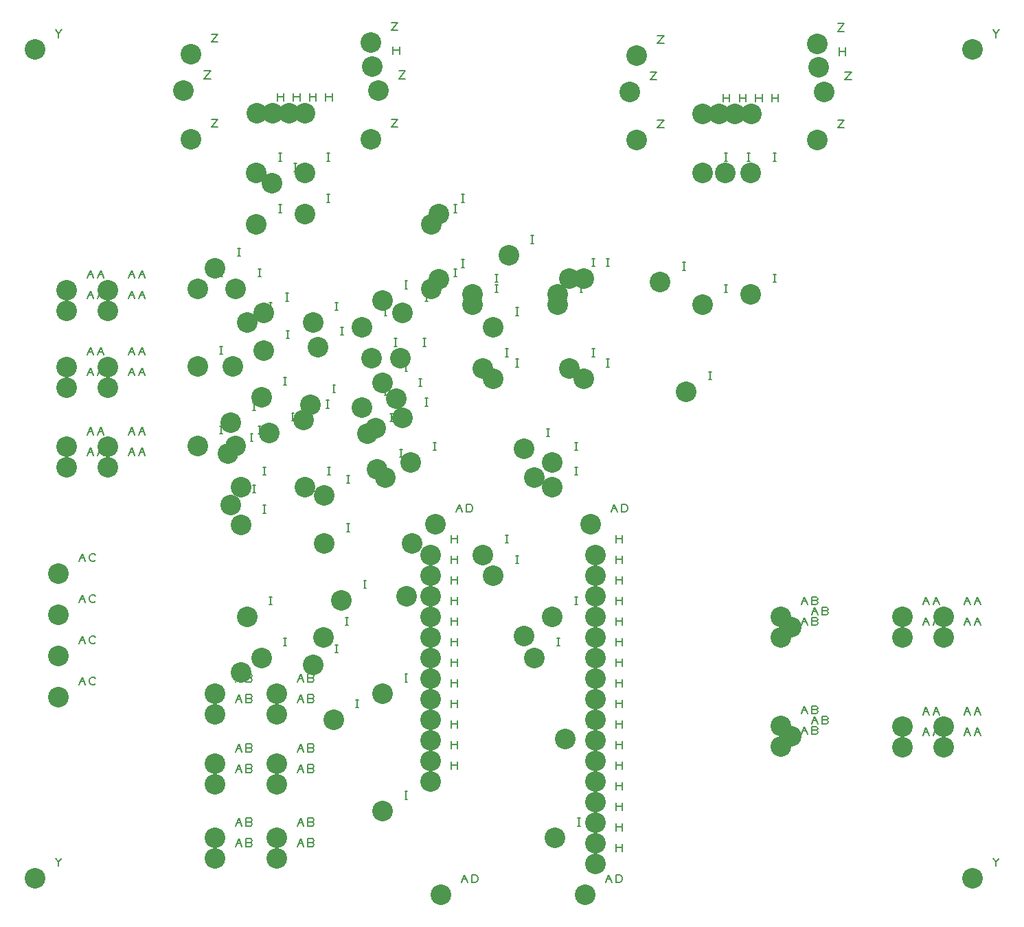
<source format=gbr>
G04 EasyPC Gerber Version 22.0 Build 4696 *
G04 #@! TF.Part,Single*
G04 #@! TF.FileFunction,Drillmap *
G04 #@! TF.FilePolarity,Positive *
%FSLAX35Y35*%
%MOIN*%
%ADD87C,0.00800*%
G04 #@! TA.AperFunction,ViaPad*
%ADD86C,0.10000*%
X0Y0D02*
D02*
D86*
X22750Y22750D03*
Y425250D03*
X34250Y110750D03*
Y130750D03*
Y150750D03*
Y170750D03*
X38250Y222250D03*
Y232250D03*
Y261000D03*
Y271000D03*
Y298500D03*
Y308500D03*
X58250Y222250D03*
Y232250D03*
Y261000D03*
Y271000D03*
Y298500D03*
Y308500D03*
X95006Y405250D03*
X98549Y381825D03*
Y422967D03*
X101750Y232750D03*
Y271500D03*
Y309000D03*
X110250Y32250D03*
Y42250D03*
Y68250D03*
Y78250D03*
Y102250D03*
Y112250D03*
Y319000D03*
X116500Y229000D03*
X117750Y204000D03*
Y244000D03*
X119000Y271500D03*
X120250Y232750D03*
Y309000D03*
X122750Y122750D03*
Y194250D03*
Y212750D03*
X125750Y149750D03*
Y292750D03*
X130250Y340250D03*
Y365250D03*
X130439Y394423D03*
X132750Y129750D03*
Y256500D03*
X133750Y297250D03*
X134000Y279000D03*
X136500Y239000D03*
X137750Y360250D03*
X138313Y394423D03*
X140250Y32250D03*
Y42250D03*
Y68250D03*
Y78250D03*
Y102250D03*
Y112250D03*
X146187Y394423D03*
X153250Y245250D03*
X153750Y345250D03*
Y365250D03*
X154000Y212750D03*
X154061Y394423D03*
X156500Y252750D03*
X157750Y126500D03*
Y292750D03*
X160250Y280750D03*
X162750Y139750D03*
X163250Y185250D03*
Y208750D03*
X167750Y99750D03*
X171500Y157750D03*
X181500Y251500D03*
Y290250D03*
X184250Y238750D03*
X185951Y381825D03*
Y428675D03*
X186250Y275250D03*
X186738Y417061D03*
X188250Y241250D03*
X189000Y221500D03*
X189494Y405250D03*
X191500Y55250D03*
Y112250D03*
Y263250D03*
Y303250D03*
X192750Y217250D03*
X198250Y255750D03*
X200250Y275250D03*
X201250Y246250D03*
Y297250D03*
X203250Y159750D03*
X205250Y224750D03*
X205750Y185250D03*
X214750Y69750D03*
Y79750D03*
Y89750D03*
Y99750D03*
Y109750D03*
Y119750D03*
Y129750D03*
Y139750D03*
Y149750D03*
Y159750D03*
Y169750D03*
Y179750D03*
X215250Y309000D03*
Y340250D03*
X217250Y194750D03*
X219000Y313573D03*
Y345250D03*
X219750Y14750D03*
X235250Y301500D03*
Y306500D03*
X240250Y179750D03*
Y270250D03*
X245250Y169750D03*
Y265250D03*
Y290250D03*
X252750Y325250D03*
X260250Y140250D03*
Y231500D03*
X265250Y129750D03*
Y217250D03*
X274000Y149750D03*
Y212750D03*
Y224750D03*
X275250Y42250D03*
X276500Y301500D03*
Y306500D03*
X280250Y90250D03*
X282250Y270250D03*
Y314000D03*
X289250Y265250D03*
Y314000D03*
X289750Y14750D03*
X292500Y194750D03*
X294750Y29750D03*
Y39750D03*
Y49750D03*
Y59750D03*
Y69750D03*
Y79750D03*
Y89750D03*
Y99750D03*
Y109750D03*
Y119750D03*
Y129750D03*
Y139750D03*
Y149750D03*
Y159750D03*
Y169750D03*
Y179750D03*
X311506Y404750D03*
X315049Y381325D03*
Y422467D03*
X326250Y312250D03*
X339000Y259000D03*
X346750Y301500D03*
Y365250D03*
X346939Y393923D03*
X354813D03*
X357750Y365250D03*
X362687Y393923D03*
X370250Y306500D03*
Y365250D03*
X370561Y393923D03*
X384750Y86750D03*
Y96750D03*
Y139750D03*
Y149750D03*
X389750Y91750D03*
Y144750D03*
X402451Y381325D03*
Y428175D03*
X403238Y416561D03*
X405994Y404750D03*
X443750Y86250D03*
Y96250D03*
Y139750D03*
Y149750D03*
X463750Y86250D03*
Y96250D03*
Y139750D03*
Y149750D03*
X477750Y22750D03*
Y425250D03*
D02*
D87*
X34313Y28687D02*
Y30563D01*
X32750Y32437*
X34313Y30563D02*
X35875Y32437D01*
X34313Y431187D02*
Y433063D01*
X32750Y434937*
X34313Y433063D02*
X35875Y434937D01*
X44250Y116687D02*
X45813Y120437D01*
X47375Y116687*
X44875Y118250D02*
X46750D01*
X52375Y117313D02*
X52063Y117000D01*
X51437Y116687*
X50500*
X49875Y117000*
X49563Y117313*
X49250Y117937*
Y119187*
X49563Y119813*
X49875Y120125*
X50500Y120437*
X51437*
X52063Y120125*
X52375Y119813*
X44250Y136687D02*
X45813Y140437D01*
X47375Y136687*
X44875Y138250D02*
X46750D01*
X52375Y137313D02*
X52063Y137000D01*
X51437Y136687*
X50500*
X49875Y137000*
X49563Y137313*
X49250Y137937*
Y139187*
X49563Y139813*
X49875Y140125*
X50500Y140437*
X51437*
X52063Y140125*
X52375Y139813*
X44250Y156687D02*
X45813Y160437D01*
X47375Y156687*
X44875Y158250D02*
X46750D01*
X52375Y157313D02*
X52063Y157000D01*
X51437Y156687*
X50500*
X49875Y157000*
X49563Y157313*
X49250Y157937*
Y159187*
X49563Y159813*
X49875Y160125*
X50500Y160437*
X51437*
X52063Y160125*
X52375Y159813*
X44250Y176687D02*
X45813Y180437D01*
X47375Y176687*
X44875Y178250D02*
X46750D01*
X52375Y177313D02*
X52063Y177000D01*
X51437Y176687*
X50500*
X49875Y177000*
X49563Y177313*
X49250Y177937*
Y179187*
X49563Y179813*
X49875Y180125*
X50500Y180437*
X51437*
X52063Y180125*
X52375Y179813*
X48250Y228187D02*
X49813Y231937D01*
X51375Y228187*
X48875Y229750D02*
X50750D01*
X53250Y228187D02*
X54813Y231937D01*
X56375Y228187*
X53875Y229750D02*
X55750D01*
X48250Y238187D02*
X49813Y241937D01*
X51375Y238187*
X48875Y239750D02*
X50750D01*
X53250Y238187D02*
X54813Y241937D01*
X56375Y238187*
X53875Y239750D02*
X55750D01*
X48250Y266937D02*
X49813Y270687D01*
X51375Y266937*
X48875Y268500D02*
X50750D01*
X53250Y266937D02*
X54813Y270687D01*
X56375Y266937*
X53875Y268500D02*
X55750D01*
X48250Y276937D02*
X49813Y280687D01*
X51375Y276937*
X48875Y278500D02*
X50750D01*
X53250Y276937D02*
X54813Y280687D01*
X56375Y276937*
X53875Y278500D02*
X55750D01*
X48250Y304437D02*
X49813Y308187D01*
X51375Y304437*
X48875Y306000D02*
X50750D01*
X53250Y304437D02*
X54813Y308187D01*
X56375Y304437*
X53875Y306000D02*
X55750D01*
X48250Y314437D02*
X49813Y318187D01*
X51375Y314437*
X48875Y316000D02*
X50750D01*
X53250Y314437D02*
X54813Y318187D01*
X56375Y314437*
X53875Y316000D02*
X55750D01*
X68250Y228187D02*
X69813Y231937D01*
X71375Y228187*
X68875Y229750D02*
X70750D01*
X73250Y228187D02*
X74813Y231937D01*
X76375Y228187*
X73875Y229750D02*
X75750D01*
X68250Y238187D02*
X69813Y241937D01*
X71375Y238187*
X68875Y239750D02*
X70750D01*
X73250Y238187D02*
X74813Y241937D01*
X76375Y238187*
X73875Y239750D02*
X75750D01*
X68250Y266937D02*
X69813Y270687D01*
X71375Y266937*
X68875Y268500D02*
X70750D01*
X73250Y266937D02*
X74813Y270687D01*
X76375Y266937*
X73875Y268500D02*
X75750D01*
X68250Y276937D02*
X69813Y280687D01*
X71375Y276937*
X68875Y278500D02*
X70750D01*
X73250Y276937D02*
X74813Y280687D01*
X76375Y276937*
X73875Y278500D02*
X75750D01*
X68250Y304437D02*
X69813Y308187D01*
X71375Y304437*
X68875Y306000D02*
X70750D01*
X73250Y304437D02*
X74813Y308187D01*
X76375Y304437*
X73875Y306000D02*
X75750D01*
X68250Y314437D02*
X69813Y318187D01*
X71375Y314437*
X68875Y316000D02*
X70750D01*
X73250Y314437D02*
X74813Y318187D01*
X76375Y314437*
X73875Y316000D02*
X75750D01*
X105006Y414937D02*
X108131D01*
X105006Y411187*
X108131*
X108549Y391512D02*
X111674D01*
X108549Y387762*
X111674*
X108549Y432654D02*
X111674D01*
X108549Y428904*
X111674*
X112687Y238687D02*
X113937D01*
X113313D02*
Y242437D01*
X112687D02*
X113937D01*
X112687Y277437D02*
X113937D01*
X113313D02*
Y281187D01*
X112687D02*
X113937D01*
X112687Y314937D02*
X113937D01*
X113313D02*
Y318687D01*
X112687D02*
X113937D01*
X120250Y38187D02*
X121813Y41937D01*
X123375Y38187*
X120875Y39750D02*
X122750D01*
X127437Y40063D02*
X128063Y39750D01*
X128375Y39125*
X128063Y38500*
X127437Y38187*
X125250*
Y41937*
X127437*
X128063Y41625*
X128375Y41000*
X128063Y40375*
X127437Y40063*
X125250*
X120250Y48187D02*
X121813Y51937D01*
X123375Y48187*
X120875Y49750D02*
X122750D01*
X127437Y50063D02*
X128063Y49750D01*
X128375Y49125*
X128063Y48500*
X127437Y48187*
X125250*
Y51937*
X127437*
X128063Y51625*
X128375Y51000*
X128063Y50375*
X127437Y50063*
X125250*
X120250Y74187D02*
X121813Y77937D01*
X123375Y74187*
X120875Y75750D02*
X122750D01*
X127437Y76063D02*
X128063Y75750D01*
X128375Y75125*
X128063Y74500*
X127437Y74187*
X125250*
Y77937*
X127437*
X128063Y77625*
X128375Y77000*
X128063Y76375*
X127437Y76063*
X125250*
X120250Y84187D02*
X121813Y87937D01*
X123375Y84187*
X120875Y85750D02*
X122750D01*
X127437Y86063D02*
X128063Y85750D01*
X128375Y85125*
X128063Y84500*
X127437Y84187*
X125250*
Y87937*
X127437*
X128063Y87625*
X128375Y87000*
X128063Y86375*
X127437Y86063*
X125250*
X120250Y108187D02*
X121813Y111937D01*
X123375Y108187*
X120875Y109750D02*
X122750D01*
X127437Y110063D02*
X128063Y109750D01*
X128375Y109125*
X128063Y108500*
X127437Y108187*
X125250*
Y111937*
X127437*
X128063Y111625*
X128375Y111000*
X128063Y110375*
X127437Y110063*
X125250*
X120250Y118187D02*
X121813Y121937D01*
X123375Y118187*
X120875Y119750D02*
X122750D01*
X127437Y120063D02*
X128063Y119750D01*
X128375Y119125*
X128063Y118500*
X127437Y118187*
X125250*
Y121937*
X127437*
X128063Y121625*
X128375Y121000*
X128063Y120375*
X127437Y120063*
X125250*
X121187Y324937D02*
X122437D01*
X121813D02*
Y328687D01*
X121187D02*
X122437D01*
X127437Y234937D02*
X128687D01*
X128063D02*
Y238687D01*
X127437D02*
X128687D01*
Y209937D02*
X129937D01*
X129313D02*
Y213687D01*
X128687D02*
X129937D01*
X128687Y249937D02*
X129937D01*
X129313D02*
Y253687D01*
X128687D02*
X129937D01*
Y277437D02*
X131187D01*
X130563D02*
Y281187D01*
X129937D02*
X131187D01*
Y238687D02*
X132437D01*
X131813D02*
Y242437D01*
X131187D02*
X132437D01*
X131187Y314937D02*
X132437D01*
X131813D02*
Y318687D01*
X131187D02*
X132437D01*
X133687Y128687D02*
X134937D01*
X134313D02*
Y132437D01*
X133687D02*
X134937D01*
X133687Y200187D02*
X134937D01*
X134313D02*
Y203937D01*
X133687D02*
X134937D01*
X133687Y218687D02*
X134937D01*
X134313D02*
Y222437D01*
X133687D02*
X134937D01*
X136687Y155687D02*
X137937D01*
X137313D02*
Y159437D01*
X136687D02*
X137937D01*
X136687Y298687D02*
X137937D01*
X137313D02*
Y302437D01*
X136687D02*
X137937D01*
X141187Y346187D02*
X142437D01*
X141813D02*
Y349937D01*
X141187D02*
X142437D01*
X141187Y371187D02*
X142437D01*
X141813D02*
Y374937D01*
X141187D02*
X142437D01*
X140439Y400361D02*
Y404111D01*
Y402236D02*
X143564D01*
Y400361D02*
Y404111D01*
X143687Y135687D02*
X144937D01*
X144313D02*
Y139437D01*
X143687D02*
X144937D01*
X143687Y262437D02*
X144937D01*
X144313D02*
Y266187D01*
X143687D02*
X144937D01*
X144687Y303187D02*
X145937D01*
X145313D02*
Y306937D01*
X144687D02*
X145937D01*
X144937Y284937D02*
X146187D01*
X145563D02*
Y288687D01*
X144937D02*
X146187D01*
X147437Y244937D02*
X148687D01*
X148063D02*
Y248687D01*
X147437D02*
X148687D01*
Y366187D02*
X149937D01*
X149313D02*
Y369937D01*
X148687D02*
X149937D01*
X148313Y400361D02*
Y404111D01*
Y402236D02*
X151438D01*
Y400361D02*
Y404111D01*
X150250Y38187D02*
X151813Y41937D01*
X153375Y38187*
X150875Y39750D02*
X152750D01*
X157437Y40063D02*
X158063Y39750D01*
X158375Y39125*
X158063Y38500*
X157437Y38187*
X155250*
Y41937*
X157437*
X158063Y41625*
X158375Y41000*
X158063Y40375*
X157437Y40063*
X155250*
X150250Y48187D02*
X151813Y51937D01*
X153375Y48187*
X150875Y49750D02*
X152750D01*
X157437Y50063D02*
X158063Y49750D01*
X158375Y49125*
X158063Y48500*
X157437Y48187*
X155250*
Y51937*
X157437*
X158063Y51625*
X158375Y51000*
X158063Y50375*
X157437Y50063*
X155250*
X150250Y74187D02*
X151813Y77937D01*
X153375Y74187*
X150875Y75750D02*
X152750D01*
X157437Y76063D02*
X158063Y75750D01*
X158375Y75125*
X158063Y74500*
X157437Y74187*
X155250*
Y77937*
X157437*
X158063Y77625*
X158375Y77000*
X158063Y76375*
X157437Y76063*
X155250*
X150250Y84187D02*
X151813Y87937D01*
X153375Y84187*
X150875Y85750D02*
X152750D01*
X157437Y86063D02*
X158063Y85750D01*
X158375Y85125*
X158063Y84500*
X157437Y84187*
X155250*
Y87937*
X157437*
X158063Y87625*
X158375Y87000*
X158063Y86375*
X157437Y86063*
X155250*
X150250Y108187D02*
X151813Y111937D01*
X153375Y108187*
X150875Y109750D02*
X152750D01*
X157437Y110063D02*
X158063Y109750D01*
X158375Y109125*
X158063Y108500*
X157437Y108187*
X155250*
Y111937*
X157437*
X158063Y111625*
X158375Y111000*
X158063Y110375*
X157437Y110063*
X155250*
X150250Y118187D02*
X151813Y121937D01*
X153375Y118187*
X150875Y119750D02*
X152750D01*
X157437Y120063D02*
X158063Y119750D01*
X158375Y119125*
X158063Y118500*
X157437Y118187*
X155250*
Y121937*
X157437*
X158063Y121625*
X158375Y121000*
X158063Y120375*
X157437Y120063*
X155250*
X156187Y400361D02*
Y404111D01*
Y402236D02*
X159312D01*
Y400361D02*
Y404111D01*
X164187Y251187D02*
X165437D01*
X164813D02*
Y254937D01*
X164187D02*
X165437D01*
X164687Y351187D02*
X165937D01*
X165313D02*
Y354937D01*
X164687D02*
X165937D01*
X164687Y371187D02*
X165937D01*
X165313D02*
Y374937D01*
X164687D02*
X165937D01*
X164937Y218687D02*
X166187D01*
X165563D02*
Y222437D01*
X164937D02*
X166187D01*
X164061Y400361D02*
Y404111D01*
Y402236D02*
X167186D01*
Y400361D02*
Y404111D01*
X167437Y258687D02*
X168687D01*
X168063D02*
Y262437D01*
X167437D02*
X168687D01*
Y132437D02*
X169937D01*
X169313D02*
Y136187D01*
X168687D02*
X169937D01*
X168687Y298687D02*
X169937D01*
X169313D02*
Y302437D01*
X168687D02*
X169937D01*
X171187Y286687D02*
X172437D01*
X171813D02*
Y290437D01*
X171187D02*
X172437D01*
X173687Y145687D02*
X174937D01*
X174313D02*
Y149437D01*
X173687D02*
X174937D01*
X174187Y191187D02*
X175437D01*
X174813D02*
Y194937D01*
X174187D02*
X175437D01*
X174187Y214687D02*
X175437D01*
X174813D02*
Y218437D01*
X174187D02*
X175437D01*
X178687Y105687D02*
X179937D01*
X179313D02*
Y109437D01*
X178687D02*
X179937D01*
X182437Y163687D02*
X183687D01*
X183063D02*
Y167437D01*
X182437D02*
X183687D01*
X192437Y257437D02*
X193687D01*
X193063D02*
Y261187D01*
X192437D02*
X193687D01*
X192437Y296187D02*
X193687D01*
X193063D02*
Y299937D01*
X192437D02*
X193687D01*
X195187Y244687D02*
X196437D01*
X195813D02*
Y248437D01*
X195187D02*
X196437D01*
X195951Y391512D02*
X199076D01*
X195951Y387762*
X199076*
X195951Y438363D02*
X199076D01*
X195951Y434613*
X199076*
X197187Y281187D02*
X198437D01*
X197813D02*
Y284937D01*
X197187D02*
X198437D01*
X196738Y422998D02*
Y426748D01*
Y424874D02*
X199863D01*
Y422998D02*
Y426748D01*
X199187Y247187D02*
X200437D01*
X199813D02*
Y250937D01*
X199187D02*
X200437D01*
X199937Y227437D02*
X201187D01*
X200563D02*
Y231187D01*
X199937D02*
X201187D01*
X199494Y414937D02*
X202619D01*
X199494Y411187*
X202619*
X202437Y61187D02*
X203687D01*
X203063D02*
Y64937D01*
X202437D02*
X203687D01*
X202437Y118187D02*
X203687D01*
X203063D02*
Y121937D01*
X202437D02*
X203687D01*
X202437Y269187D02*
X203687D01*
X203063D02*
Y272937D01*
X202437D02*
X203687D01*
X202437Y309187D02*
X203687D01*
X203063D02*
Y312937D01*
X202437D02*
X203687D01*
Y223187D02*
X204937D01*
X204313D02*
Y226937D01*
X203687D02*
X204937D01*
X209187Y261687D02*
X210437D01*
X209813D02*
Y265437D01*
X209187D02*
X210437D01*
X211187Y281187D02*
X212437D01*
X211813D02*
Y284937D01*
X211187D02*
X212437D01*
X212187Y252187D02*
X213437D01*
X212813D02*
Y255937D01*
X212187D02*
X213437D01*
X212187Y303187D02*
X213437D01*
X212813D02*
Y306937D01*
X212187D02*
X213437D01*
X214187Y165687D02*
X215437D01*
X214813D02*
Y169437D01*
X214187D02*
X215437D01*
X216187Y230687D02*
X217437D01*
X216813D02*
Y234437D01*
X216187D02*
X217437D01*
X216687Y191187D02*
X217937D01*
X217313D02*
Y194937D01*
X216687D02*
X217937D01*
X224750Y75687D02*
Y79437D01*
Y77563D02*
X227875D01*
Y75687D02*
Y79437D01*
X224750Y85687D02*
Y89437D01*
Y87563D02*
X227875D01*
Y85687D02*
Y89437D01*
X224750Y95687D02*
Y99437D01*
Y97563D02*
X227875D01*
Y95687D02*
Y99437D01*
X224750Y105687D02*
Y109437D01*
Y107563D02*
X227875D01*
Y105687D02*
Y109437D01*
X224750Y115687D02*
Y119437D01*
Y117563D02*
X227875D01*
Y115687D02*
Y119437D01*
X224750Y125687D02*
Y129437D01*
Y127563D02*
X227875D01*
Y125687D02*
Y129437D01*
X224750Y135687D02*
Y139437D01*
Y137563D02*
X227875D01*
Y135687D02*
Y139437D01*
X224750Y145687D02*
Y149437D01*
Y147563D02*
X227875D01*
Y145687D02*
Y149437D01*
X224750Y155687D02*
Y159437D01*
Y157563D02*
X227875D01*
Y155687D02*
Y159437D01*
X224750Y165687D02*
Y169437D01*
Y167563D02*
X227875D01*
Y165687D02*
Y169437D01*
X224750Y175687D02*
Y179437D01*
Y177563D02*
X227875D01*
Y175687D02*
Y179437D01*
X224750Y185687D02*
Y189437D01*
Y187563D02*
X227875D01*
Y185687D02*
Y189437D01*
X226187Y314937D02*
X227437D01*
X226813D02*
Y318687D01*
X226187D02*
X227437D01*
X226187Y346187D02*
X227437D01*
X226813D02*
Y349937D01*
X226187D02*
X227437D01*
X227250Y200687D02*
X228813Y204437D01*
X230375Y200687*
X227875Y202250D02*
X229750D01*
X232250Y200687D02*
Y204437D01*
X234125*
X234750Y204125*
X235063Y203813*
X235375Y203187*
Y201937*
X235063Y201313*
X234750Y201000*
X234125Y200687*
X232250*
X229937Y319510D02*
X231187D01*
X230563D02*
Y323260D01*
X229937D02*
X231187D01*
X229937Y351187D02*
X231187D01*
X230563D02*
Y354937D01*
X229937D02*
X231187D01*
X229750Y20687D02*
X231313Y24437D01*
X232875Y20687*
X230375Y22250D02*
X232250D01*
X234750Y20687D02*
Y24437D01*
X236625*
X237250Y24125*
X237563Y23813*
X237875Y23187*
Y21937*
X237563Y21313*
X237250Y21000*
X236625Y20687*
X234750*
X246187Y307437D02*
X247437D01*
X246813D02*
Y311187D01*
X246187D02*
X247437D01*
X246187Y312437D02*
X247437D01*
X246813D02*
Y316187D01*
X246187D02*
X247437D01*
X251187Y185687D02*
X252437D01*
X251813D02*
Y189437D01*
X251187D02*
X252437D01*
X251187Y276187D02*
X252437D01*
X251813D02*
Y279937D01*
X251187D02*
X252437D01*
X256187Y175687D02*
X257437D01*
X256813D02*
Y179437D01*
X256187D02*
X257437D01*
X256187Y271187D02*
X257437D01*
X256813D02*
Y274937D01*
X256187D02*
X257437D01*
X256187Y296187D02*
X257437D01*
X256813D02*
Y299937D01*
X256187D02*
X257437D01*
X263687Y331187D02*
X264937D01*
X264313D02*
Y334937D01*
X263687D02*
X264937D01*
X271187Y146187D02*
X272437D01*
X271813D02*
Y149937D01*
X271187D02*
X272437D01*
X271187Y237437D02*
X272437D01*
X271813D02*
Y241187D01*
X271187D02*
X272437D01*
X276187Y135687D02*
X277437D01*
X276813D02*
Y139437D01*
X276187D02*
X277437D01*
X276187Y223187D02*
X277437D01*
X276813D02*
Y226937D01*
X276187D02*
X277437D01*
X284937Y155687D02*
X286187D01*
X285563D02*
Y159437D01*
X284937D02*
X286187D01*
X284937Y218687D02*
X286187D01*
X285563D02*
Y222437D01*
X284937D02*
X286187D01*
X284937Y230687D02*
X286187D01*
X285563D02*
Y234437D01*
X284937D02*
X286187D01*
Y48187D02*
X287437D01*
X286813D02*
Y51937D01*
X286187D02*
X287437D01*
Y307437D02*
X288687D01*
X288063D02*
Y311187D01*
X287437D02*
X288687D01*
X287437Y312437D02*
X288687D01*
X288063D02*
Y316187D01*
X287437D02*
X288687D01*
X291187Y96187D02*
X292437D01*
X291813D02*
Y99937D01*
X291187D02*
X292437D01*
X293187Y276187D02*
X294437D01*
X293813D02*
Y279937D01*
X293187D02*
X294437D01*
X293187Y319937D02*
X294437D01*
X293813D02*
Y323687D01*
X293187D02*
X294437D01*
X300187Y271187D02*
X301437D01*
X300813D02*
Y274937D01*
X300187D02*
X301437D01*
X300187Y319937D02*
X301437D01*
X300813D02*
Y323687D01*
X300187D02*
X301437D01*
X299750Y20687D02*
X301313Y24437D01*
X302875Y20687*
X300375Y22250D02*
X302250D01*
X304750Y20687D02*
Y24437D01*
X306625*
X307250Y24125*
X307563Y23813*
X307875Y23187*
Y21937*
X307563Y21313*
X307250Y21000*
X306625Y20687*
X304750*
X302500Y200687D02*
X304063Y204437D01*
X305625Y200687*
X303125Y202250D02*
X305000D01*
X307500Y200687D02*
Y204437D01*
X309375*
X310000Y204125*
X310313Y203813*
X310625Y203187*
Y201937*
X310313Y201313*
X310000Y201000*
X309375Y200687*
X307500*
X304750Y35687D02*
Y39437D01*
Y37563D02*
X307875D01*
Y35687D02*
Y39437D01*
X304750Y45687D02*
Y49437D01*
Y47563D02*
X307875D01*
Y45687D02*
Y49437D01*
X304750Y55687D02*
Y59437D01*
Y57563D02*
X307875D01*
Y55687D02*
Y59437D01*
X304750Y65687D02*
Y69437D01*
Y67563D02*
X307875D01*
Y65687D02*
Y69437D01*
X304750Y75687D02*
Y79437D01*
Y77563D02*
X307875D01*
Y75687D02*
Y79437D01*
X304750Y85687D02*
Y89437D01*
Y87563D02*
X307875D01*
Y85687D02*
Y89437D01*
X304750Y95687D02*
Y99437D01*
Y97563D02*
X307875D01*
Y95687D02*
Y99437D01*
X304750Y105687D02*
Y109437D01*
Y107563D02*
X307875D01*
Y105687D02*
Y109437D01*
X304750Y115687D02*
Y119437D01*
Y117563D02*
X307875D01*
Y115687D02*
Y119437D01*
X304750Y125687D02*
Y129437D01*
Y127563D02*
X307875D01*
Y125687D02*
Y129437D01*
X304750Y135687D02*
Y139437D01*
Y137563D02*
X307875D01*
Y135687D02*
Y139437D01*
X304750Y145687D02*
Y149437D01*
Y147563D02*
X307875D01*
Y145687D02*
Y149437D01*
X304750Y155687D02*
Y159437D01*
Y157563D02*
X307875D01*
Y155687D02*
Y159437D01*
X304750Y165687D02*
Y169437D01*
Y167563D02*
X307875D01*
Y165687D02*
Y169437D01*
X304750Y175687D02*
Y179437D01*
Y177563D02*
X307875D01*
Y175687D02*
Y179437D01*
X304750Y185687D02*
Y189437D01*
Y187563D02*
X307875D01*
Y185687D02*
Y189437D01*
X321506Y414437D02*
X324631D01*
X321506Y410687*
X324631*
X325049Y391012D02*
X328174D01*
X325049Y387262*
X328174*
X325049Y432154D02*
X328174D01*
X325049Y428404*
X328174*
X337187Y318187D02*
X338437D01*
X337813D02*
Y321937D01*
X337187D02*
X338437D01*
X349937Y264937D02*
X351187D01*
X350563D02*
Y268687D01*
X349937D02*
X351187D01*
X357687Y307437D02*
X358937D01*
X358313D02*
Y311187D01*
X357687D02*
X358937D01*
X357687Y371187D02*
X358937D01*
X358313D02*
Y374937D01*
X357687D02*
X358937D01*
X356939Y399861D02*
Y403611D01*
Y401736D02*
X360064D01*
Y399861D02*
Y403611D01*
X364813Y399861D02*
Y403611D01*
Y401736D02*
X367938D01*
Y399861D02*
Y403611D01*
X368687Y371187D02*
X369937D01*
X369313D02*
Y374937D01*
X368687D02*
X369937D01*
X372687Y399861D02*
Y403611D01*
Y401736D02*
X375812D01*
Y399861D02*
Y403611D01*
X381187Y312437D02*
X382437D01*
X381813D02*
Y316187D01*
X381187D02*
X382437D01*
X381187Y371187D02*
X382437D01*
X381813D02*
Y374937D01*
X381187D02*
X382437D01*
X380561Y399861D02*
Y403611D01*
Y401736D02*
X383686D01*
Y399861D02*
Y403611D01*
X394750Y92687D02*
X396313Y96437D01*
X397875Y92687*
X395375Y94250D02*
X397250D01*
X401937Y94563D02*
X402563Y94250D01*
X402875Y93625*
X402563Y93000*
X401937Y92687*
X399750*
Y96437*
X401937*
X402563Y96125*
X402875Y95500*
X402563Y94875*
X401937Y94563*
X399750*
X394750Y102687D02*
X396313Y106437D01*
X397875Y102687*
X395375Y104250D02*
X397250D01*
X401937Y104563D02*
X402563Y104250D01*
X402875Y103625*
X402563Y103000*
X401937Y102687*
X399750*
Y106437*
X401937*
X402563Y106125*
X402875Y105500*
X402563Y104875*
X401937Y104563*
X399750*
X394750Y145687D02*
X396313Y149437D01*
X397875Y145687*
X395375Y147250D02*
X397250D01*
X401937Y147563D02*
X402563Y147250D01*
X402875Y146625*
X402563Y146000*
X401937Y145687*
X399750*
Y149437*
X401937*
X402563Y149125*
X402875Y148500*
X402563Y147875*
X401937Y147563*
X399750*
X394750Y155687D02*
X396313Y159437D01*
X397875Y155687*
X395375Y157250D02*
X397250D01*
X401937Y157563D02*
X402563Y157250D01*
X402875Y156625*
X402563Y156000*
X401937Y155687*
X399750*
Y159437*
X401937*
X402563Y159125*
X402875Y158500*
X402563Y157875*
X401937Y157563*
X399750*
Y97687D02*
X401313Y101437D01*
X402875Y97687*
X400375Y99250D02*
X402250D01*
X406937Y99563D02*
X407563Y99250D01*
X407875Y98625*
X407563Y98000*
X406937Y97687*
X404750*
Y101437*
X406937*
X407563Y101125*
X407875Y100500*
X407563Y99875*
X406937Y99563*
X404750*
X399750Y150687D02*
X401313Y154437D01*
X402875Y150687*
X400375Y152250D02*
X402250D01*
X406937Y152563D02*
X407563Y152250D01*
X407875Y151625*
X407563Y151000*
X406937Y150687*
X404750*
Y154437*
X406937*
X407563Y154125*
X407875Y153500*
X407563Y152875*
X406937Y152563*
X404750*
X412451Y391012D02*
X415576D01*
X412451Y387262*
X415576*
X412451Y437863D02*
X415576D01*
X412451Y434113*
X415576*
X413238Y422498D02*
Y426248D01*
Y424374D02*
X416363D01*
Y422498D02*
Y426248D01*
X415994Y414437D02*
X419119D01*
X415994Y410687*
X419119*
X453750Y92187D02*
X455313Y95937D01*
X456875Y92187*
X454375Y93750D02*
X456250D01*
X458750Y92187D02*
X460313Y95937D01*
X461875Y92187*
X459375Y93750D02*
X461250D01*
X453750Y102187D02*
X455313Y105937D01*
X456875Y102187*
X454375Y103750D02*
X456250D01*
X458750Y102187D02*
X460313Y105937D01*
X461875Y102187*
X459375Y103750D02*
X461250D01*
X453750Y145687D02*
X455313Y149437D01*
X456875Y145687*
X454375Y147250D02*
X456250D01*
X458750Y145687D02*
X460313Y149437D01*
X461875Y145687*
X459375Y147250D02*
X461250D01*
X453750Y155687D02*
X455313Y159437D01*
X456875Y155687*
X454375Y157250D02*
X456250D01*
X458750Y155687D02*
X460313Y159437D01*
X461875Y155687*
X459375Y157250D02*
X461250D01*
X473750Y92187D02*
X475313Y95937D01*
X476875Y92187*
X474375Y93750D02*
X476250D01*
X478750Y92187D02*
X480313Y95937D01*
X481875Y92187*
X479375Y93750D02*
X481250D01*
X473750Y102187D02*
X475313Y105937D01*
X476875Y102187*
X474375Y103750D02*
X476250D01*
X478750Y102187D02*
X480313Y105937D01*
X481875Y102187*
X479375Y103750D02*
X481250D01*
X473750Y145687D02*
X475313Y149437D01*
X476875Y145687*
X474375Y147250D02*
X476250D01*
X478750Y145687D02*
X480313Y149437D01*
X481875Y145687*
X479375Y147250D02*
X481250D01*
X473750Y155687D02*
X475313Y159437D01*
X476875Y155687*
X474375Y157250D02*
X476250D01*
X478750Y155687D02*
X480313Y159437D01*
X481875Y155687*
X479375Y157250D02*
X481250D01*
X489313Y28687D02*
Y30563D01*
X487750Y32437*
X489313Y30563D02*
X490875Y32437D01*
X489313Y431187D02*
Y433063D01*
X487750Y434937*
X489313Y433063D02*
X490875Y434937D01*
X0Y0D02*
M02*

</source>
